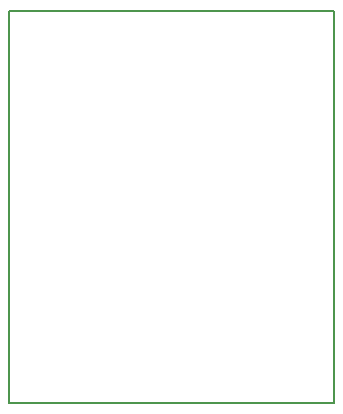
<source format=gm1>
G04 MADE WITH FRITZING*
G04 WWW.FRITZING.ORG*
G04 DOUBLE SIDED*
G04 HOLES PLATED*
G04 CONTOUR ON CENTER OF CONTOUR VECTOR*
%ASAXBY*%
%FSLAX23Y23*%
%MOIN*%
%OFA0B0*%
%SFA1.0B1.0*%
%ADD10R,1.091190X1.314330*%
%ADD11C,0.008000*%
%ADD10C,0.008*%
%LNCONTOUR*%
G90*
G70*
G54D10*
G54D11*
X4Y1310D02*
X1087Y1310D01*
X1087Y4D01*
X4Y4D01*
X4Y1310D01*
D02*
G04 End of contour*
M02*
</source>
